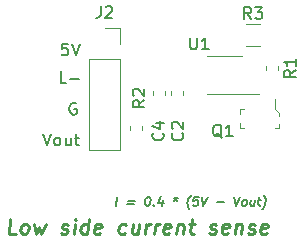
<source format=gbr>
%TF.GenerationSoftware,KiCad,Pcbnew,5.1.6-c6e7f7d~87~ubuntu18.04.1*%
%TF.CreationDate,2021-12-05T00:18:48-08:00*%
%TF.ProjectId,op-amp-low-side-current-sense,6f702d61-6d70-42d6-9c6f-772d73696465,rev?*%
%TF.SameCoordinates,Original*%
%TF.FileFunction,Legend,Top*%
%TF.FilePolarity,Positive*%
%FSLAX46Y46*%
G04 Gerber Fmt 4.6, Leading zero omitted, Abs format (unit mm)*
G04 Created by KiCad (PCBNEW 5.1.6-c6e7f7d~87~ubuntu18.04.1) date 2021-12-05 00:18:48*
%MOMM*%
%LPD*%
G01*
G04 APERTURE LIST*
%ADD10C,0.190500*%
%ADD11C,0.150000*%
%ADD12C,0.228600*%
%ADD13C,0.120000*%
%ADD14C,0.100000*%
G04 APERTURE END LIST*
D10*
X153496905Y-106897714D02*
X153592155Y-106135714D01*
X154490227Y-106498571D02*
X155070798Y-106498571D01*
X155043584Y-106716285D02*
X154463012Y-106716285D01*
X156204727Y-106135714D02*
X156277298Y-106135714D01*
X156345334Y-106172000D01*
X156377084Y-106208285D01*
X156404298Y-106280857D01*
X156422441Y-106426000D01*
X156399762Y-106607428D01*
X156345334Y-106752571D01*
X156299977Y-106825142D01*
X156259155Y-106861428D01*
X156182048Y-106897714D01*
X156109477Y-106897714D01*
X156041441Y-106861428D01*
X156009691Y-106825142D01*
X155982477Y-106752571D01*
X155964334Y-106607428D01*
X155987012Y-106426000D01*
X156041441Y-106280857D01*
X156086798Y-106208285D01*
X156127620Y-106172000D01*
X156204727Y-106135714D01*
X156699120Y-106825142D02*
X156730870Y-106861428D01*
X156690048Y-106897714D01*
X156658298Y-106861428D01*
X156699120Y-106825142D01*
X156690048Y-106897714D01*
X157442977Y-106389714D02*
X157379477Y-106897714D01*
X157297834Y-106099428D02*
X157048370Y-106643714D01*
X157520084Y-106643714D01*
X158563298Y-106135714D02*
X158540620Y-106317142D01*
X158368262Y-106244571D02*
X158540620Y-106317142D01*
X158731120Y-106244571D01*
X158413620Y-106462285D02*
X158540620Y-106317142D01*
X158631334Y-106462285D01*
X159701762Y-107188000D02*
X159670012Y-107151714D01*
X159611048Y-107042857D01*
X159583834Y-106970285D01*
X159561155Y-106861428D01*
X159547548Y-106680000D01*
X159565691Y-106534857D01*
X159624655Y-106353428D01*
X159674548Y-106244571D01*
X159719905Y-106172000D01*
X159806084Y-106063142D01*
X159846905Y-106026857D01*
X160486441Y-106135714D02*
X160123584Y-106135714D01*
X160041941Y-106498571D01*
X160082762Y-106462285D01*
X160159870Y-106426000D01*
X160341298Y-106426000D01*
X160409334Y-106462285D01*
X160441084Y-106498571D01*
X160468298Y-106571142D01*
X160445620Y-106752571D01*
X160400262Y-106825142D01*
X160359441Y-106861428D01*
X160282334Y-106897714D01*
X160100905Y-106897714D01*
X160032870Y-106861428D01*
X160001120Y-106825142D01*
X160740441Y-106135714D02*
X160899191Y-106897714D01*
X161248441Y-106135714D01*
X162024048Y-106607428D02*
X162604620Y-106607428D01*
X163498155Y-106135714D02*
X163656905Y-106897714D01*
X164006155Y-106135714D01*
X164273762Y-106897714D02*
X164205727Y-106861428D01*
X164173977Y-106825142D01*
X164146762Y-106752571D01*
X164173977Y-106534857D01*
X164219334Y-106462285D01*
X164260155Y-106426000D01*
X164337262Y-106389714D01*
X164446120Y-106389714D01*
X164514155Y-106426000D01*
X164545905Y-106462285D01*
X164573120Y-106534857D01*
X164545905Y-106752571D01*
X164500548Y-106825142D01*
X164459727Y-106861428D01*
X164382620Y-106897714D01*
X164273762Y-106897714D01*
X165244405Y-106389714D02*
X165180905Y-106897714D01*
X164917834Y-106389714D02*
X164867941Y-106788857D01*
X164895155Y-106861428D01*
X164963191Y-106897714D01*
X165072048Y-106897714D01*
X165149155Y-106861428D01*
X165189977Y-106825142D01*
X165498405Y-106389714D02*
X165788691Y-106389714D01*
X165639012Y-106135714D02*
X165557370Y-106788857D01*
X165584584Y-106861428D01*
X165652620Y-106897714D01*
X165725191Y-106897714D01*
X165870334Y-107188000D02*
X165911155Y-107151714D01*
X165997334Y-107042857D01*
X166042691Y-106970285D01*
X166092584Y-106861428D01*
X166151548Y-106680000D01*
X166169691Y-106534857D01*
X166156084Y-106353428D01*
X166133405Y-106244571D01*
X166106191Y-106172000D01*
X166047227Y-106063142D01*
X166015477Y-106026857D01*
D11*
X150121904Y-98229800D02*
X150026666Y-98182180D01*
X149883809Y-98182180D01*
X149740952Y-98229800D01*
X149645714Y-98325038D01*
X149598095Y-98420276D01*
X149550476Y-98610752D01*
X149550476Y-98753609D01*
X149598095Y-98944085D01*
X149645714Y-99039323D01*
X149740952Y-99134561D01*
X149883809Y-99182180D01*
X149979047Y-99182180D01*
X150121904Y-99134561D01*
X150169523Y-99086942D01*
X150169523Y-98753609D01*
X149979047Y-98753609D01*
X149296476Y-96515180D02*
X148820285Y-96515180D01*
X148820285Y-95515180D01*
X149629809Y-96134228D02*
X150391714Y-96134228D01*
D12*
X145006732Y-109286523D02*
X144401970Y-109286523D01*
X144560720Y-108016523D01*
X145611494Y-109286523D02*
X145498101Y-109226047D01*
X145445185Y-109165571D01*
X145399828Y-109044619D01*
X145445185Y-108681761D01*
X145520780Y-108560809D01*
X145588816Y-108500333D01*
X145717328Y-108439857D01*
X145898756Y-108439857D01*
X146012149Y-108500333D01*
X146065066Y-108560809D01*
X146110423Y-108681761D01*
X146065066Y-109044619D01*
X145989470Y-109165571D01*
X145921435Y-109226047D01*
X145792923Y-109286523D01*
X145611494Y-109286523D01*
X146563994Y-108439857D02*
X146700066Y-109286523D01*
X147017566Y-108681761D01*
X147183875Y-109286523D01*
X147531613Y-108439857D01*
X148824292Y-109226047D02*
X148937685Y-109286523D01*
X149179589Y-109286523D01*
X149308101Y-109226047D01*
X149383697Y-109105095D01*
X149391256Y-109044619D01*
X149345899Y-108923666D01*
X149232506Y-108863190D01*
X149051078Y-108863190D01*
X148937685Y-108802714D01*
X148892328Y-108681761D01*
X148899887Y-108621285D01*
X148975482Y-108500333D01*
X149103994Y-108439857D01*
X149285423Y-108439857D01*
X149398816Y-108500333D01*
X149905304Y-109286523D02*
X150011137Y-108439857D01*
X150064054Y-108016523D02*
X149996018Y-108077000D01*
X150048935Y-108137476D01*
X150116970Y-108077000D01*
X150064054Y-108016523D01*
X150048935Y-108137476D01*
X151054351Y-109286523D02*
X151213101Y-108016523D01*
X151061911Y-109226047D02*
X150933399Y-109286523D01*
X150691494Y-109286523D01*
X150578101Y-109226047D01*
X150525185Y-109165571D01*
X150479828Y-109044619D01*
X150525185Y-108681761D01*
X150600780Y-108560809D01*
X150668816Y-108500333D01*
X150797328Y-108439857D01*
X151039232Y-108439857D01*
X151152625Y-108500333D01*
X152150482Y-109226047D02*
X152021970Y-109286523D01*
X151780066Y-109286523D01*
X151666673Y-109226047D01*
X151621316Y-109105095D01*
X151681792Y-108621285D01*
X151757387Y-108500333D01*
X151885899Y-108439857D01*
X152127804Y-108439857D01*
X152241197Y-108500333D01*
X152286554Y-108621285D01*
X152271435Y-108742238D01*
X151651554Y-108863190D01*
X154267149Y-109226047D02*
X154138637Y-109286523D01*
X153896732Y-109286523D01*
X153783339Y-109226047D01*
X153730423Y-109165571D01*
X153685066Y-109044619D01*
X153730423Y-108681761D01*
X153806018Y-108560809D01*
X153874054Y-108500333D01*
X154002566Y-108439857D01*
X154244470Y-108439857D01*
X154357863Y-108500333D01*
X155453994Y-108439857D02*
X155348161Y-109286523D01*
X154909708Y-108439857D02*
X154826554Y-109105095D01*
X154871911Y-109226047D01*
X154985304Y-109286523D01*
X155166732Y-109286523D01*
X155295244Y-109226047D01*
X155363280Y-109165571D01*
X155952923Y-109286523D02*
X156058756Y-108439857D01*
X156028518Y-108681761D02*
X156104113Y-108560809D01*
X156172149Y-108500333D01*
X156300661Y-108439857D01*
X156421613Y-108439857D01*
X156739113Y-109286523D02*
X156844947Y-108439857D01*
X156814708Y-108681761D02*
X156890304Y-108560809D01*
X156958339Y-108500333D01*
X157086851Y-108439857D01*
X157207804Y-108439857D01*
X158016673Y-109226047D02*
X157888161Y-109286523D01*
X157646256Y-109286523D01*
X157532863Y-109226047D01*
X157487506Y-109105095D01*
X157547982Y-108621285D01*
X157623578Y-108500333D01*
X157752089Y-108439857D01*
X157993994Y-108439857D01*
X158107387Y-108500333D01*
X158152744Y-108621285D01*
X158137625Y-108742238D01*
X157517744Y-108863190D01*
X158719708Y-108439857D02*
X158613875Y-109286523D01*
X158704589Y-108560809D02*
X158772625Y-108500333D01*
X158901137Y-108439857D01*
X159082566Y-108439857D01*
X159195958Y-108500333D01*
X159241316Y-108621285D01*
X159158161Y-109286523D01*
X159687328Y-108439857D02*
X160171137Y-108439857D01*
X159921673Y-108016523D02*
X159785601Y-109105095D01*
X159830958Y-109226047D01*
X159944351Y-109286523D01*
X160065304Y-109286523D01*
X161403339Y-109226047D02*
X161516732Y-109286523D01*
X161758637Y-109286523D01*
X161887149Y-109226047D01*
X161962744Y-109105095D01*
X161970304Y-109044619D01*
X161924947Y-108923666D01*
X161811554Y-108863190D01*
X161630125Y-108863190D01*
X161516732Y-108802714D01*
X161471375Y-108681761D01*
X161478935Y-108621285D01*
X161554530Y-108500333D01*
X161683042Y-108439857D01*
X161864470Y-108439857D01*
X161977863Y-108500333D01*
X162975720Y-109226047D02*
X162847208Y-109286523D01*
X162605304Y-109286523D01*
X162491911Y-109226047D01*
X162446554Y-109105095D01*
X162507030Y-108621285D01*
X162582625Y-108500333D01*
X162711137Y-108439857D01*
X162953042Y-108439857D01*
X163066435Y-108500333D01*
X163111792Y-108621285D01*
X163096673Y-108742238D01*
X162476792Y-108863190D01*
X163678756Y-108439857D02*
X163572923Y-109286523D01*
X163663637Y-108560809D02*
X163731673Y-108500333D01*
X163860185Y-108439857D01*
X164041613Y-108439857D01*
X164155006Y-108500333D01*
X164200363Y-108621285D01*
X164117208Y-109286523D01*
X164669054Y-109226047D02*
X164782447Y-109286523D01*
X165024351Y-109286523D01*
X165152863Y-109226047D01*
X165228458Y-109105095D01*
X165236018Y-109044619D01*
X165190661Y-108923666D01*
X165077268Y-108863190D01*
X164895839Y-108863190D01*
X164782447Y-108802714D01*
X164737089Y-108681761D01*
X164744649Y-108621285D01*
X164820244Y-108500333D01*
X164948756Y-108439857D01*
X165130185Y-108439857D01*
X165243578Y-108500333D01*
X166241435Y-109226047D02*
X166112923Y-109286523D01*
X165871018Y-109286523D01*
X165757625Y-109226047D01*
X165712268Y-109105095D01*
X165772744Y-108621285D01*
X165848339Y-108500333D01*
X165976851Y-108439857D01*
X166218756Y-108439857D01*
X166332149Y-108500333D01*
X166377506Y-108621285D01*
X166362387Y-108742238D01*
X165742506Y-108863190D01*
D11*
X149415523Y-93178380D02*
X148939333Y-93178380D01*
X148891714Y-93654571D01*
X148939333Y-93606952D01*
X149034571Y-93559333D01*
X149272666Y-93559333D01*
X149367904Y-93606952D01*
X149415523Y-93654571D01*
X149463142Y-93749809D01*
X149463142Y-93987904D01*
X149415523Y-94083142D01*
X149367904Y-94130761D01*
X149272666Y-94178380D01*
X149034571Y-94178380D01*
X148939333Y-94130761D01*
X148891714Y-94083142D01*
X149748857Y-93178380D02*
X150082190Y-94178380D01*
X150415523Y-93178380D01*
X147320190Y-100798380D02*
X147653523Y-101798380D01*
X147986857Y-100798380D01*
X148463047Y-101798380D02*
X148367809Y-101750761D01*
X148320190Y-101703142D01*
X148272571Y-101607904D01*
X148272571Y-101322190D01*
X148320190Y-101226952D01*
X148367809Y-101179333D01*
X148463047Y-101131714D01*
X148605904Y-101131714D01*
X148701142Y-101179333D01*
X148748761Y-101226952D01*
X148796380Y-101322190D01*
X148796380Y-101607904D01*
X148748761Y-101703142D01*
X148701142Y-101750761D01*
X148605904Y-101798380D01*
X148463047Y-101798380D01*
X149653523Y-101131714D02*
X149653523Y-101798380D01*
X149224952Y-101131714D02*
X149224952Y-101655523D01*
X149272571Y-101750761D01*
X149367809Y-101798380D01*
X149510666Y-101798380D01*
X149605904Y-101750761D01*
X149653523Y-101703142D01*
X149986857Y-101131714D02*
X150367809Y-101131714D01*
X150129714Y-100798380D02*
X150129714Y-101655523D01*
X150177333Y-101750761D01*
X150272571Y-101798380D01*
X150367809Y-101798380D01*
D13*
%TO.C,R3*%
X164497936Y-91546000D02*
X165702064Y-91546000D01*
X164497936Y-93366000D02*
X165702064Y-93366000D01*
%TO.C,U1*%
X162687000Y-94211500D02*
X161187000Y-94211500D01*
X162687000Y-94211500D02*
X164187000Y-94211500D01*
X162687000Y-97431500D02*
X161187000Y-97431500D01*
X162687000Y-97431500D02*
X165612000Y-97431500D01*
%TO.C,R2*%
X155704000Y-100167221D02*
X155704000Y-100492779D01*
X154684000Y-100167221D02*
X154684000Y-100492779D01*
%TO.C,R1*%
X166177500Y-95412779D02*
X166177500Y-95087221D01*
X167197500Y-95412779D02*
X167197500Y-95087221D01*
D14*
%TO.C,Q1*%
X167258000Y-99329500D02*
X167258000Y-99054500D01*
X167258000Y-99054500D02*
X166983000Y-98679500D01*
X166983000Y-98679500D02*
X166933000Y-98679500D01*
X166933000Y-98679500D02*
X166933000Y-97904500D01*
X163958000Y-99154500D02*
X163958000Y-98679500D01*
X163958000Y-98679500D02*
X164308000Y-98679500D01*
X164183000Y-100329500D02*
X164308000Y-100329500D01*
X164258000Y-100329500D02*
X163958000Y-100329500D01*
X163958000Y-100329500D02*
X163958000Y-99879500D01*
X167258000Y-99954500D02*
X167258000Y-100329500D01*
X167258000Y-100329500D02*
X166958000Y-100329500D01*
D13*
%TO.C,C4*%
X157609000Y-97508279D02*
X157609000Y-97182721D01*
X156589000Y-97508279D02*
X156589000Y-97182721D01*
%TO.C,C2*%
X159183800Y-97520979D02*
X159183800Y-97195421D01*
X158163800Y-97520979D02*
X158163800Y-97195421D01*
%TO.C,J2*%
X151197000Y-94488000D02*
X153857000Y-94488000D01*
X151197000Y-94488000D02*
X151197000Y-102168000D01*
X151197000Y-102168000D02*
X153857000Y-102168000D01*
X153857000Y-94488000D02*
X153857000Y-102168000D01*
X153857000Y-91888000D02*
X153857000Y-93218000D01*
X152527000Y-91888000D02*
X153857000Y-91888000D01*
%TO.C,R3*%
D11*
X164933333Y-91088380D02*
X164600000Y-90612190D01*
X164361904Y-91088380D02*
X164361904Y-90088380D01*
X164742857Y-90088380D01*
X164838095Y-90136000D01*
X164885714Y-90183619D01*
X164933333Y-90278857D01*
X164933333Y-90421714D01*
X164885714Y-90516952D01*
X164838095Y-90564571D01*
X164742857Y-90612190D01*
X164361904Y-90612190D01*
X165266666Y-90088380D02*
X165885714Y-90088380D01*
X165552380Y-90469333D01*
X165695238Y-90469333D01*
X165790476Y-90516952D01*
X165838095Y-90564571D01*
X165885714Y-90659809D01*
X165885714Y-90897904D01*
X165838095Y-90993142D01*
X165790476Y-91040761D01*
X165695238Y-91088380D01*
X165409523Y-91088380D01*
X165314285Y-91040761D01*
X165266666Y-90993142D01*
%TO.C,U1*%
X159766095Y-92670380D02*
X159766095Y-93479904D01*
X159813714Y-93575142D01*
X159861333Y-93622761D01*
X159956571Y-93670380D01*
X160147047Y-93670380D01*
X160242285Y-93622761D01*
X160289904Y-93575142D01*
X160337523Y-93479904D01*
X160337523Y-92670380D01*
X161337523Y-93670380D02*
X160766095Y-93670380D01*
X161051809Y-93670380D02*
X161051809Y-92670380D01*
X160956571Y-92813238D01*
X160861333Y-92908476D01*
X160766095Y-92956095D01*
%TO.C,R2*%
X155900380Y-97956666D02*
X155424190Y-98290000D01*
X155900380Y-98528095D02*
X154900380Y-98528095D01*
X154900380Y-98147142D01*
X154948000Y-98051904D01*
X154995619Y-98004285D01*
X155090857Y-97956666D01*
X155233714Y-97956666D01*
X155328952Y-98004285D01*
X155376571Y-98051904D01*
X155424190Y-98147142D01*
X155424190Y-98528095D01*
X154995619Y-97575714D02*
X154948000Y-97528095D01*
X154900380Y-97432857D01*
X154900380Y-97194761D01*
X154948000Y-97099523D01*
X154995619Y-97051904D01*
X155090857Y-97004285D01*
X155186095Y-97004285D01*
X155328952Y-97051904D01*
X155900380Y-97623333D01*
X155900380Y-97004285D01*
%TO.C,R1*%
X168727380Y-95416666D02*
X168251190Y-95750000D01*
X168727380Y-95988095D02*
X167727380Y-95988095D01*
X167727380Y-95607142D01*
X167775000Y-95511904D01*
X167822619Y-95464285D01*
X167917857Y-95416666D01*
X168060714Y-95416666D01*
X168155952Y-95464285D01*
X168203571Y-95511904D01*
X168251190Y-95607142D01*
X168251190Y-95988095D01*
X168727380Y-94464285D02*
X168727380Y-95035714D01*
X168727380Y-94750000D02*
X167727380Y-94750000D01*
X167870238Y-94845238D01*
X167965476Y-94940476D01*
X168013095Y-95035714D01*
%TO.C,Q1*%
X162464761Y-101131619D02*
X162369523Y-101084000D01*
X162274285Y-100988761D01*
X162131428Y-100845904D01*
X162036190Y-100798285D01*
X161940952Y-100798285D01*
X161988571Y-101036380D02*
X161893333Y-100988761D01*
X161798095Y-100893523D01*
X161750476Y-100703047D01*
X161750476Y-100369714D01*
X161798095Y-100179238D01*
X161893333Y-100084000D01*
X161988571Y-100036380D01*
X162179047Y-100036380D01*
X162274285Y-100084000D01*
X162369523Y-100179238D01*
X162417142Y-100369714D01*
X162417142Y-100703047D01*
X162369523Y-100893523D01*
X162274285Y-100988761D01*
X162179047Y-101036380D01*
X161988571Y-101036380D01*
X163369523Y-101036380D02*
X162798095Y-101036380D01*
X163083809Y-101036380D02*
X163083809Y-100036380D01*
X162988571Y-100179238D01*
X162893333Y-100274476D01*
X162798095Y-100322095D01*
%TO.C,C4*%
X157456142Y-100750666D02*
X157503761Y-100798285D01*
X157551380Y-100941142D01*
X157551380Y-101036380D01*
X157503761Y-101179238D01*
X157408523Y-101274476D01*
X157313285Y-101322095D01*
X157122809Y-101369714D01*
X156979952Y-101369714D01*
X156789476Y-101322095D01*
X156694238Y-101274476D01*
X156599000Y-101179238D01*
X156551380Y-101036380D01*
X156551380Y-100941142D01*
X156599000Y-100798285D01*
X156646619Y-100750666D01*
X156884714Y-99893523D02*
X157551380Y-99893523D01*
X156503761Y-100131619D02*
X157218047Y-100369714D01*
X157218047Y-99750666D01*
%TO.C,C2*%
X159107142Y-100750666D02*
X159154761Y-100798285D01*
X159202380Y-100941142D01*
X159202380Y-101036380D01*
X159154761Y-101179238D01*
X159059523Y-101274476D01*
X158964285Y-101322095D01*
X158773809Y-101369714D01*
X158630952Y-101369714D01*
X158440476Y-101322095D01*
X158345238Y-101274476D01*
X158250000Y-101179238D01*
X158202380Y-101036380D01*
X158202380Y-100941142D01*
X158250000Y-100798285D01*
X158297619Y-100750666D01*
X158297619Y-100369714D02*
X158250000Y-100322095D01*
X158202380Y-100226857D01*
X158202380Y-99988761D01*
X158250000Y-99893523D01*
X158297619Y-99845904D01*
X158392857Y-99798285D01*
X158488095Y-99798285D01*
X158630952Y-99845904D01*
X159202380Y-100417333D01*
X159202380Y-99798285D01*
%TO.C,J2*%
X152193666Y-90003380D02*
X152193666Y-90717666D01*
X152146047Y-90860523D01*
X152050809Y-90955761D01*
X151907952Y-91003380D01*
X151812714Y-91003380D01*
X152622238Y-90098619D02*
X152669857Y-90051000D01*
X152765095Y-90003380D01*
X153003190Y-90003380D01*
X153098428Y-90051000D01*
X153146047Y-90098619D01*
X153193666Y-90193857D01*
X153193666Y-90289095D01*
X153146047Y-90431952D01*
X152574619Y-91003380D01*
X153193666Y-91003380D01*
%TD*%
M02*

</source>
